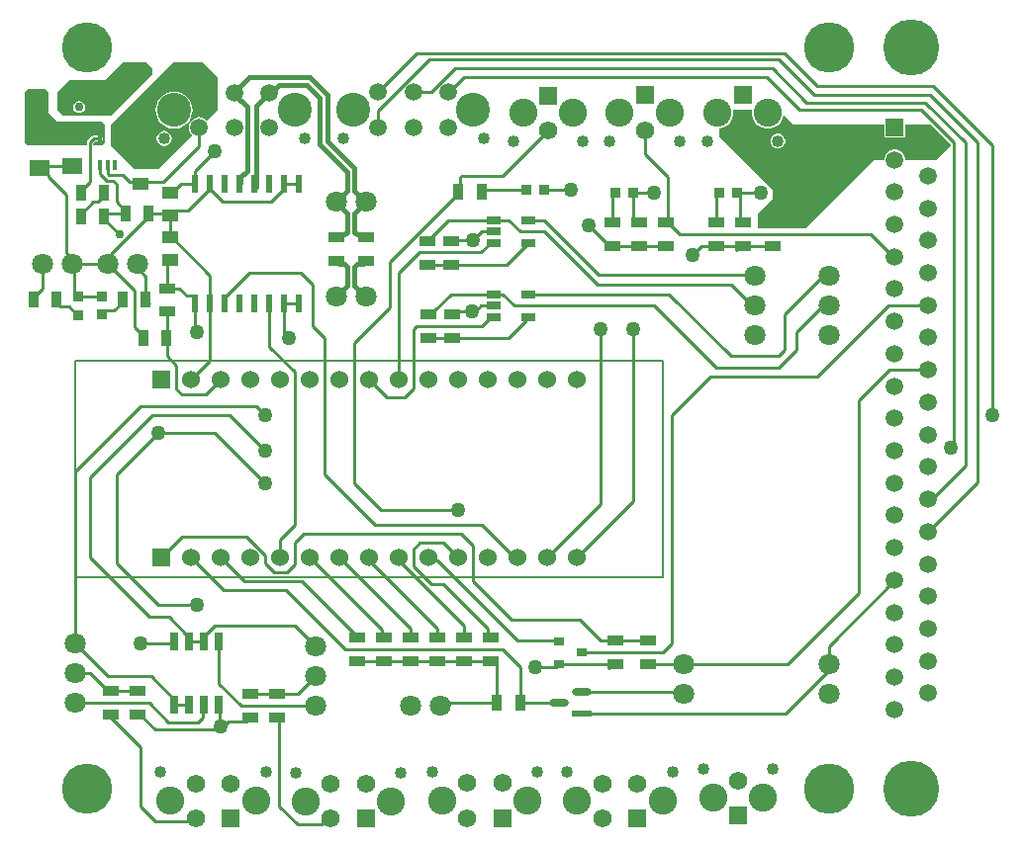
<source format=gtl>
G04*
G04 #@! TF.GenerationSoftware,Altium Limited,Altium Designer,23.1.1 (15)*
G04*
G04 Layer_Physical_Order=1*
G04 Layer_Color=255*
%FSLAX25Y25*%
%MOIN*%
G70*
G04*
G04 #@! TF.SameCoordinates,8C77E051-C172-4F39-AE62-CDD73B8C3D6F*
G04*
G04*
G04 #@! TF.FilePolarity,Positive*
G04*
G01*
G75*
%ADD13C,0.01000*%
%ADD16C,0.00500*%
%ADD18R,0.03543X0.05315*%
%ADD19R,0.01575X0.03543*%
%ADD20R,0.05315X0.03543*%
G04:AMPARAMS|DCode=21|XSize=65.3mil|YSize=24.68mil|CornerRadius=12.34mil|HoleSize=0mil|Usage=FLASHONLY|Rotation=180.000|XOffset=0mil|YOffset=0mil|HoleType=Round|Shape=RoundedRectangle|*
%AMROUNDEDRECTD21*
21,1,0.06530,0.00000,0,0,180.0*
21,1,0.04063,0.02468,0,0,180.0*
1,1,0.02468,-0.02031,0.00000*
1,1,0.02468,0.02031,0.00000*
1,1,0.02468,0.02031,0.00000*
1,1,0.02468,-0.02031,0.00000*
%
%ADD21ROUNDEDRECTD21*%
%ADD22R,0.06530X0.02468*%
%ADD23R,0.02362X0.05906*%
%ADD24C,0.03000*%
%ADD25R,0.02559X0.06102*%
%ADD26R,0.07087X0.05709*%
%ADD27R,0.05512X0.04134*%
%ADD28R,0.03543X0.03740*%
G04:AMPARAMS|DCode=29|XSize=25.59mil|YSize=47.24mil|CornerRadius=1.92mil|HoleSize=0mil|Usage=FLASHONLY|Rotation=90.000|XOffset=0mil|YOffset=0mil|HoleType=Round|Shape=RoundedRectangle|*
%AMROUNDEDRECTD29*
21,1,0.02559,0.04341,0,0,90.0*
21,1,0.02175,0.04724,0,0,90.0*
1,1,0.00384,0.02170,0.01088*
1,1,0.00384,0.02170,-0.01088*
1,1,0.00384,-0.02170,-0.01088*
1,1,0.00384,-0.02170,0.01088*
%
%ADD29ROUNDEDRECTD29*%
%ADD30R,0.03543X0.03150*%
%ADD31R,0.03740X0.03543*%
%ADD50C,0.04016*%
%ADD51C,0.06181*%
%ADD52R,0.06181X0.06181*%
%ADD53C,0.09488*%
%ADD59C,0.01500*%
%ADD60C,0.05984*%
%ADD61C,0.11457*%
%ADD62R,0.06024X0.06024*%
%ADD63C,0.06024*%
%ADD64C,0.07087*%
%ADD65C,0.05906*%
%ADD66R,0.05906X0.05906*%
%ADD67C,0.18898*%
%ADD68C,0.16929*%
%ADD69C,0.05000*%
G36*
X47000Y268000D02*
Y266000D01*
X33000Y252000D01*
X17000D01*
X15000Y254000D01*
Y260000D01*
X19000Y264000D01*
X31000D01*
X37000Y270000D01*
X45000D01*
X47000Y268000D01*
D02*
G37*
G36*
X69000Y265000D02*
Y254000D01*
X65574Y250574D01*
X65404Y250585D01*
X64675Y251145D01*
X63825Y251497D01*
X62913Y251617D01*
X62002Y251497D01*
X61152Y251145D01*
X60423Y250585D01*
X59863Y249856D01*
X59511Y249006D01*
X59391Y248095D01*
X59511Y247183D01*
X59863Y246333D01*
X60423Y245604D01*
X60434Y245434D01*
X49000Y234000D01*
X41000Y234000D01*
X33000Y242000D01*
X33000Y249000D01*
X54000Y270000D01*
X64000Y270000D01*
X69000Y265000D01*
D02*
G37*
G36*
X12000Y260000D02*
Y253000D01*
X15000Y250000D01*
X30000D01*
X31000Y249000D01*
Y243000D01*
X30000Y242000D01*
X27020D01*
Y242578D01*
X27950Y243508D01*
X29441D01*
X29831Y243586D01*
X30162Y243807D01*
X30383Y244137D01*
X30461Y244528D01*
X30383Y244918D01*
X30162Y245249D01*
X29831Y245469D01*
X29441Y245547D01*
X27528D01*
X27137Y245469D01*
X26807Y245249D01*
X25279Y243721D01*
X25058Y243390D01*
X24980Y243000D01*
Y242000D01*
X5000D01*
X4000Y243000D01*
Y260000D01*
X5000Y261000D01*
X11000D01*
X12000Y260000D01*
D02*
G37*
G36*
X249220Y253785D02*
Y252404D01*
X249578Y251070D01*
X250268Y249874D01*
X251245Y248898D01*
X252440Y248208D01*
X253774Y247850D01*
X255155D01*
X256489Y248208D01*
X257684Y248898D01*
X258661Y249874D01*
X259351Y251070D01*
X259555Y251832D01*
X260038Y251962D01*
X263000Y249000D01*
X293791D01*
Y244697D01*
X300697D01*
Y249000D01*
X309558D01*
X315980Y242578D01*
Y241980D01*
X311000Y237000D01*
X300697D01*
Y237699D01*
X300462Y238577D01*
X300007Y239364D01*
X299364Y240007D01*
X298577Y240461D01*
X297699Y240697D01*
X296790D01*
X295911Y240461D01*
X295124Y240007D01*
X294481Y239364D01*
X294027Y238577D01*
X293791Y237699D01*
Y237000D01*
X290000D01*
X267000Y214000D01*
X251000D01*
Y219000D01*
X256000Y224000D01*
Y227000D01*
X243000Y240000D01*
X238000Y245000D01*
Y247850D01*
X238226D01*
X239560Y248208D01*
X240755Y248898D01*
X241732Y249874D01*
X242422Y251070D01*
X242779Y252404D01*
Y253785D01*
X242945Y254000D01*
X249055D01*
X249220Y253785D01*
D02*
G37*
%LPC*%
G36*
X22500Y257039D02*
X21720Y256884D01*
X21058Y256442D01*
X20616Y255780D01*
X20461Y255000D01*
X20616Y254220D01*
X21058Y253558D01*
X21720Y253116D01*
X22500Y252961D01*
X23280Y253116D01*
X23942Y253558D01*
X24384Y254220D01*
X24539Y255000D01*
X24384Y255780D01*
X23942Y256442D01*
X23280Y256884D01*
X22500Y257039D01*
D02*
G37*
G36*
X54449Y260259D02*
X53228Y260138D01*
X52054Y259782D01*
X50972Y259204D01*
X50023Y258425D01*
X49245Y257477D01*
X48667Y256395D01*
X48311Y255221D01*
X48190Y254000D01*
X48311Y252779D01*
X48667Y251605D01*
X49245Y250523D01*
X50023Y249575D01*
X50972Y248796D01*
X52054Y248218D01*
X53228Y247862D01*
X54449Y247742D01*
X55670Y247862D01*
X56844Y248218D01*
X57926Y248796D01*
X58874Y249575D01*
X59653Y250523D01*
X60231Y251605D01*
X60587Y252779D01*
X60707Y254000D01*
X60587Y255221D01*
X60231Y256395D01*
X59653Y257477D01*
X58874Y258425D01*
X57926Y259204D01*
X56844Y259782D01*
X55670Y260138D01*
X54449Y260259D01*
D02*
G37*
G36*
X51102Y246951D02*
X50124Y246756D01*
X49294Y246202D01*
X48740Y245372D01*
X48545Y244394D01*
X48740Y243415D01*
X49294Y242586D01*
X50124Y242031D01*
X51102Y241837D01*
X52081Y242031D01*
X52911Y242586D01*
X53465Y243415D01*
X53659Y244394D01*
X53465Y245372D01*
X52911Y246202D01*
X52081Y246756D01*
X51102Y246951D01*
D02*
G37*
G36*
X20000Y247020D02*
X19610Y246942D01*
X19279Y246721D01*
X19058Y246390D01*
X18980Y246000D01*
X19058Y245610D01*
X19279Y245279D01*
X20752Y243807D01*
X21082Y243586D01*
X21472Y243508D01*
X21863Y243586D01*
X22193Y243807D01*
X22414Y244137D01*
X22492Y244528D01*
X22414Y244918D01*
X22193Y245249D01*
X20721Y246721D01*
X20390Y246942D01*
X20000Y247020D01*
D02*
G37*
G36*
X258310Y245996D02*
X257312D01*
X256390Y245614D01*
X255685Y244909D01*
X255303Y243987D01*
Y242989D01*
X255685Y242068D01*
X256390Y241362D01*
X257312Y240980D01*
X258310D01*
X259232Y241362D01*
X259937Y242068D01*
X260319Y242989D01*
Y243987D01*
X259937Y244909D01*
X259232Y245614D01*
X258310Y245996D01*
D02*
G37*
%LPD*%
D13*
X214000Y67126D02*
X226000D01*
X261126D01*
X285000Y91000D01*
Y156000D01*
X176185Y66185D02*
X182988D01*
X176000Y66000D02*
X176185Y66185D01*
X32000Y63000D02*
X46642D01*
X54500Y55142D01*
Y53370D02*
Y55142D01*
X73000Y151000D02*
X85000Y139000D01*
X47000Y151000D02*
X73000D01*
X68000Y145000D02*
X85000Y128000D01*
X49000Y145000D02*
X68000D01*
X35000Y131000D02*
X49000Y145000D01*
X35000Y101000D02*
Y131000D01*
X49000Y87000D02*
X62000D01*
X35000Y101000D02*
X49000Y87000D01*
X26000Y103000D02*
X46000Y83000D01*
X26000Y103000D02*
Y130000D01*
X47000Y151000D01*
X21000Y132000D02*
X43000Y154000D01*
X21000Y74000D02*
Y132000D01*
X46000Y83000D02*
X52668D01*
X58487Y77181D01*
X58720D02*
X59500Y76402D01*
X58487Y77181D02*
X58720D01*
X59500Y74630D02*
Y76402D01*
X43000Y154000D02*
X82000D01*
X85000Y151000D01*
X90000Y109000D02*
X95000Y114000D01*
X86500Y174120D02*
X95000Y165620D01*
Y114000D02*
Y165620D01*
X115000Y128000D02*
Y175439D01*
Y128000D02*
X124000Y119000D01*
X150000D01*
X115000Y175439D02*
X127000Y187439D01*
Y202843D02*
X148999Y224843D01*
X127000Y187439D02*
Y202843D01*
X101000Y181000D02*
X105000Y177000D01*
Y131000D02*
X122000Y114000D01*
X105000Y131000D02*
Y177000D01*
X86500Y174120D02*
Y188842D01*
X90000Y103000D02*
Y109000D01*
X79886Y199000D02*
X97000D01*
X101000Y181000D02*
Y195000D01*
X71500Y190614D02*
X79886Y199000D01*
X97000D02*
X101000Y195000D01*
X92414Y98000D02*
X95207Y100793D01*
Y108207D01*
X98000Y111000D01*
X91500Y178500D02*
Y188842D01*
X96500D02*
Y190614D01*
X91500Y178500D02*
X93000Y177000D01*
X98000Y111000D02*
X151000D01*
X142000Y54000D02*
X163126D01*
X71000Y92000D02*
X92000D01*
X60000Y103000D02*
X71000Y92000D01*
X171000Y54000D02*
Y66000D01*
X112000Y72000D02*
X165000D01*
X92000Y92000D02*
X112000Y72000D01*
X165000D02*
X171000Y66000D01*
X136189Y273000D02*
X260000D01*
X271000Y262000D02*
X310000D01*
X260000Y273000D02*
X271000Y262000D01*
X140354Y271000D02*
X258000D01*
X270000Y259000D02*
X309000D01*
X258000Y271000D02*
X270000Y259000D01*
X267522Y256478D02*
X307522D01*
X149165Y268000D02*
X256000D01*
X267522Y256478D01*
X254000Y265000D02*
X265000Y254000D01*
X151983Y265000D02*
X254000D01*
X265000Y254000D02*
X306000D01*
X285000Y156000D02*
X295358Y166358D01*
X308425D01*
X191000Y82000D02*
X198000Y75000D01*
X168000Y82000D02*
X191000D01*
X198000Y75000D02*
X203000D01*
X214000D01*
X219000Y71000D02*
X222000Y74000D01*
X235000Y164000D02*
X271000D01*
X295169Y188169D01*
X222000Y151000D02*
X235000Y164000D01*
X295169Y188169D02*
X308425D01*
X242000Y195000D02*
X249000Y188000D01*
X197000Y195000D02*
X242000D01*
X249000Y188000D02*
X250000D01*
X260000Y185000D02*
X274000Y199000D01*
X260000Y173000D02*
Y185000D01*
X274000Y199000D02*
X276000D01*
X53870Y74000D02*
X54500Y74630D01*
X43000Y74000D02*
X53870D01*
X275000Y73228D02*
X297244Y95473D01*
X275000Y65000D02*
Y73228D01*
X260398Y50398D02*
X275000Y65000D01*
X191691Y50398D02*
X260398D01*
X182988Y66185D02*
X184063Y67260D01*
X202866D01*
X202114Y67126D02*
X203000D01*
X200842Y65854D02*
X202114Y67126D01*
X202866Y67260D02*
X203000Y67126D01*
X191691Y57602D02*
X226000D01*
X170000Y75000D02*
X184835D01*
X142961Y102039D02*
X170000Y75000D01*
X191937Y71000D02*
X219000D01*
X163126Y54000D02*
Y66791D01*
X141000Y53000D02*
X142000Y52000D01*
X222000Y74000D02*
Y151000D01*
X95000Y80000D02*
X102000Y73000D01*
X68098Y80000D02*
X95000D01*
X64500Y76402D02*
X68098Y80000D01*
X59500Y74630D02*
X64500D01*
X151000Y111000D02*
X155000Y107000D01*
Y95000D02*
Y107000D01*
Y95000D02*
X168000Y82000D01*
X88000Y98000D02*
X92414D01*
X85000Y101000D02*
X88000Y98000D01*
X78674Y110000D02*
X85000Y103674D01*
X57000Y110000D02*
X78674D01*
X85000Y101000D02*
Y103674D01*
X50000Y103000D02*
X57000Y110000D01*
X140961Y102039D02*
X142961D01*
X140000Y103000D02*
X140961Y102039D01*
X171000Y54000D02*
X184000D01*
X160000Y76000D02*
Y79000D01*
X145000Y94000D02*
X160000Y79000D01*
X141000Y94000D02*
X145000D01*
X135000Y100000D02*
X141000Y94000D01*
X46000Y54000D02*
X52500Y47500D01*
X21000Y54000D02*
X46000D01*
X21000Y74000D02*
X32000Y63000D01*
X64500Y74630D02*
Y76402D01*
X97380Y95000D02*
X116443Y75937D01*
X70000Y103000D02*
X78000Y95000D01*
X97380D01*
X33000Y49000D02*
Y50126D01*
X43000Y19000D02*
Y39000D01*
X33000Y50126D02*
X33288D01*
X34560Y48854D01*
X33000Y49000D02*
X43000Y39000D01*
Y19000D02*
X48000Y14000D01*
X58548D01*
X60733Y14103D02*
X61724Y15094D01*
X58651Y14103D02*
X60733D01*
X58548Y14000D02*
X58651Y14103D01*
X106013Y15000D02*
X107189D01*
X96000Y13000D02*
X104013D01*
X89886Y19114D02*
X96000Y13000D01*
X104013D02*
X106013Y15000D01*
X89000Y49126D02*
X89886Y48240D01*
Y19114D02*
Y48240D01*
X152000Y75937D02*
Y80000D01*
X130000Y102000D02*
Y103000D01*
Y102000D02*
X152000Y80000D01*
X134000Y75937D02*
Y79000D01*
X110000Y103000D02*
X134000Y79000D01*
X124377Y76560D02*
Y78623D01*
X100000Y103000D02*
X124377Y78623D01*
Y76560D02*
X125000Y75937D01*
X143000D02*
Y79000D01*
X120000Y102000D02*
Y103000D01*
Y102000D02*
X143000Y79000D01*
Y75937D02*
X143886D01*
X116000D02*
X116443D01*
X33000Y58000D02*
X42000D01*
X26114Y64000D02*
X32114Y58000D01*
X21000Y64000D02*
X26114D01*
X32114Y58000D02*
X33000D01*
X70000Y46000D02*
X71082D01*
X78728Y47854D02*
X80000Y49126D01*
X72937Y47854D02*
X78728D01*
X71082Y46000D02*
X72937Y47854D01*
X69750Y46250D02*
Y53120D01*
Y46250D02*
X70000Y46000D01*
X69500Y53370D02*
X69750Y53120D01*
X48012Y45000D02*
X67414D01*
X42886Y50126D02*
X48012Y45000D01*
X42000Y50126D02*
X42886D01*
X69235Y45235D02*
X70000Y46000D01*
X67649Y45235D02*
X69235D01*
X67414Y45000D02*
X67649Y45235D01*
X52500Y47500D02*
X62500D01*
X64000Y49000D01*
Y52870D01*
X64500Y53370D01*
X69500Y51598D02*
Y53370D01*
X96000Y57000D02*
X102000Y63000D01*
X89000Y57000D02*
X96000D01*
X80000D02*
X89000D01*
X69500Y60500D02*
Y74630D01*
Y60500D02*
X77000Y53000D01*
X102000D01*
X54500Y53370D02*
X59500D01*
X41000Y180886D02*
X44000Y177886D01*
Y177000D02*
Y177886D01*
X41000Y180886D02*
Y193000D01*
X32000Y202000D02*
X41000Y193000D01*
X161150Y184299D02*
X162193D01*
X120000Y163000D02*
X126000Y157000D01*
X132000D01*
X135000Y160000D01*
X130000Y163000D02*
Y199000D01*
X137000Y206000D01*
X135000Y160000D02*
Y180000D01*
X136000Y181000D01*
X62913Y241913D02*
Y248095D01*
X39330Y229670D02*
X50670D01*
X62913Y241913D01*
X61500Y233500D02*
X68000Y240000D01*
X61500Y229157D02*
Y233500D01*
X18000Y205629D02*
X20000Y203629D01*
X12043Y231445D02*
X18000Y225488D01*
X20000Y202000D02*
Y203629D01*
X18000Y205629D02*
Y225488D01*
X158000Y227000D02*
X173000D01*
X158000D02*
Y227329D01*
Y226443D02*
Y227000D01*
X150859Y231274D02*
X151445Y231859D01*
X150859Y227131D02*
Y231274D01*
X151445Y231859D02*
X165229D01*
X180465Y247094D01*
X237000Y225000D02*
X238000Y226000D01*
X237000Y215937D02*
Y225000D01*
X316765Y142351D02*
X317000Y142586D01*
X315640Y139640D02*
X316765Y140765D01*
X306000Y254000D02*
X317000Y243000D01*
X316765Y140765D02*
Y142351D01*
X317000Y142586D02*
Y243000D01*
X325000Y128405D02*
Y243000D01*
X309000Y259000D02*
X325000Y243000D01*
X307522Y256478D02*
X321000Y243000D01*
Y134000D02*
Y243000D01*
X122000Y114000D02*
X158000D01*
X170000Y102000D01*
X136000Y181000D02*
X152921D01*
X137000Y206000D02*
X157850D01*
X264000Y179000D02*
X273000Y188000D01*
X147780Y191779D02*
X165220D01*
X140141Y184255D02*
X142157Y186272D01*
X179000Y213000D02*
X197000Y195000D01*
X197418Y198582D02*
X250418D01*
X179260Y216740D02*
X197418Y198582D01*
X201114Y208126D02*
X202000D01*
X194240Y215000D02*
X201114Y208126D01*
X194000Y215000D02*
X194240D01*
X135000Y105914D02*
X137086Y108000D01*
X145000D02*
X150000Y103000D01*
X137086Y108000D02*
X145000D01*
X135000Y100000D02*
Y105914D01*
X330000Y151000D02*
Y242000D01*
X310000Y262000D02*
X330000Y242000D01*
X309736Y122736D02*
X321000Y134000D01*
X308425Y111831D02*
X325000Y128405D01*
X308425Y122736D02*
X309736D01*
X123189Y253835D02*
X140354Y271000D01*
X141165Y260000D02*
X149165Y268000D01*
X146983Y260000D02*
X151983Y265000D01*
X123189Y260000D02*
X136189Y273000D01*
X123189Y248189D02*
Y253835D01*
X146811Y260000D02*
X146983D01*
X135000D02*
X141165D01*
X116000Y68063D02*
X117000Y67063D01*
X116000Y68063D02*
X125000D01*
X232000Y208000D02*
X236937D01*
X229000Y205000D02*
X232000Y208000D01*
X236937D02*
X237000Y208063D01*
X220707Y216000D02*
X221414D01*
X220000D02*
X220707D01*
X224707Y212000D01*
X289000Y212000D01*
X190000Y103000D02*
X209000Y122000D01*
Y180000D01*
X237000Y208063D02*
X245114D01*
X243843Y206791D02*
X245114Y208063D01*
X246000D01*
X245000Y226000D02*
X252000D01*
X245000Y216937D02*
X246000Y215937D01*
X244102Y226000D02*
X245000D01*
X246000Y208063D02*
X255000D01*
X145961Y184892D02*
X147158Y186089D01*
X154911D01*
X245000Y216937D02*
Y226000D01*
X220707Y217000D02*
Y231293D01*
X209102Y217272D02*
Y226000D01*
X202000Y217937D02*
Y227000D01*
X204157Y208126D02*
X211000D01*
X209102Y217272D02*
X210374Y216000D01*
X209102Y226000D02*
X216000D01*
X211000Y208126D02*
X220000D01*
X210374Y216000D02*
X211000D01*
X204157Y208126D02*
Y208586D01*
X213000Y247189D02*
Y247919D01*
Y239000D02*
Y247189D01*
X179102Y227000D02*
X188000D01*
X161000Y75937D02*
X161886D01*
X163157Y77209D01*
X161000Y68063D02*
X161854D01*
X163126Y66791D01*
X213000Y239000D02*
X220707Y231293D01*
X87114Y223000D02*
X91500Y227386D01*
X70886Y223000D02*
X87114D01*
X154911Y186089D02*
X155993D01*
X216000Y188000D02*
X237000Y167000D01*
X258000D01*
X140141Y184141D02*
Y184255D01*
X258000Y167000D02*
X264000Y173000D01*
Y179000D01*
X221260Y191740D02*
X242000Y171000D01*
X258000D02*
X260000Y173000D01*
X242000Y171000D02*
X258000D01*
X180000Y103000D02*
X198000Y121000D01*
Y180000D01*
X173807Y191740D02*
X221260D01*
X169000Y188000D02*
X216000D01*
X165220Y191779D02*
X169000Y188000D01*
X167063Y177063D02*
X173141Y183141D01*
X140000Y177063D02*
X167063D01*
X171000Y213000D02*
X179000D01*
X167260Y216740D02*
X171000Y213000D01*
X173807Y216740D02*
X179260D01*
X146740D02*
X162193D01*
X167260D01*
X142272Y186272D02*
X147780Y191779D01*
X142157Y186272D02*
X142272D01*
X152886Y180965D02*
X157965D01*
X160331Y183331D02*
Y183480D01*
X161150Y184299D01*
X157965Y180965D02*
X160331Y183331D01*
X155993Y186089D02*
X157904Y188000D01*
X148961Y184768D02*
Y184892D01*
X157904Y188000D02*
X162186D01*
X172669Y183480D02*
X173448Y184260D01*
X173807D01*
X152886Y180965D02*
X152921Y181000D01*
X157850Y206000D02*
X161110Y209260D01*
X289000Y212000D02*
X296000Y205000D01*
X166413Y201866D02*
X173807Y209260D01*
X172724D02*
X173807D01*
X139606Y202000D02*
X139740Y201866D01*
X147740D01*
X139740Y209740D02*
X146740Y216740D01*
X147000Y210480D02*
X147740Y209740D01*
X155000Y210000D02*
X158000Y213000D01*
X147740Y201866D02*
X166413D01*
X149480Y210000D02*
X155000D01*
X158000Y213000D02*
X162193D01*
X161110Y209260D02*
X162193D01*
X180000Y163000D02*
X180500Y163500D01*
X44937Y190000D02*
Y197805D01*
X42000Y200742D02*
X44937Y197805D01*
X42000Y200742D02*
Y202000D01*
X125000Y68063D02*
X134000D01*
X9488Y234976D02*
X20000D01*
X61500Y179500D02*
Y188842D01*
Y179500D02*
X62000Y179000D01*
X71500Y188842D02*
Y190614D01*
X129949Y103000D02*
X130000D01*
X152000Y68063D02*
X161000D01*
X143000D02*
X152000D01*
X134000D02*
X143000D01*
X152000Y75937D02*
X152886D01*
X9345Y234833D02*
X9488Y234976D01*
X9000Y234488D02*
X9488D01*
X9689D02*
X12043Y232134D01*
Y231445D02*
Y232134D01*
X53000Y211000D02*
Y218520D01*
X66500Y188842D02*
Y198189D01*
X53000Y211000D02*
X53689D01*
X66500Y198189D01*
X52000Y193874D02*
Y202520D01*
X53000Y203520D01*
X45937Y218114D02*
Y219000D01*
X33165Y205342D02*
X45937Y218114D01*
X33165Y203165D02*
Y205342D01*
X32000Y202000D02*
X33165Y203165D01*
X45937Y219000D02*
X52520D01*
X53000Y218520D01*
X66500Y227386D02*
Y229157D01*
Y227386D02*
X70886Y223000D01*
X53000Y218520D02*
X54567Y220087D01*
X59201D01*
X66500Y227386D01*
X56846Y229157D02*
X61500D01*
X53689Y226000D02*
X56846Y229157D01*
X53000Y226000D02*
X53689D01*
X44937Y190000D02*
X46209Y188728D01*
X30000Y185000D02*
X31272Y186272D01*
X34220D01*
X37063Y189114D01*
Y190000D01*
X20000Y202000D02*
X32000D01*
X20000D02*
X20630Y201370D01*
Y192272D02*
Y201370D01*
Y192272D02*
X21902Y191000D01*
X22000D01*
X29898D01*
X30000Y191102D01*
X14937Y189114D02*
Y190000D01*
Y189114D02*
X16209Y187843D01*
X18957D01*
X21902Y184898D01*
X22000D01*
X10000Y193823D02*
Y202000D01*
X7063Y190886D02*
X10000Y193823D01*
X7063Y190000D02*
Y190886D01*
X66500Y169500D02*
Y188842D01*
X60000Y163000D02*
X66500Y169500D01*
X91500Y227386D02*
Y229157D01*
X96500D01*
X61500Y188842D02*
Y190614D01*
X60819Y191295D02*
X61500Y190614D01*
X58778Y191295D02*
X60819D01*
X56199Y193874D02*
X58778Y191295D01*
X52000Y193874D02*
X56199D01*
X55169Y159831D02*
Y167831D01*
X52000Y171000D02*
Y186000D01*
Y171000D02*
X55169Y167831D01*
X57000Y158000D02*
X65000D01*
X55169Y159831D02*
X57000Y158000D01*
X65000D02*
X70000Y163000D01*
X91500Y188842D02*
X96500D01*
X27528Y244528D02*
X29441D01*
X26000Y243000D02*
X27528Y244528D01*
X26000Y229823D02*
Y243000D01*
X30937Y217114D02*
Y218000D01*
Y217114D02*
X36000Y212051D01*
Y212000D02*
Y212051D01*
X23063Y226000D02*
Y226886D01*
X26000Y229823D01*
X35000Y222949D02*
Y229000D01*
X31770Y230109D02*
X33891D01*
X35000Y229000D01*
X32000Y232586D02*
X32586Y232000D01*
X37000D02*
X39330Y229670D01*
X29441Y232438D02*
Y235472D01*
X32586Y232000D02*
X37000D01*
X29441Y232438D02*
X31770Y230109D01*
X32000Y232586D02*
Y235472D01*
X30937Y225114D02*
Y226000D01*
X28823Y223000D02*
X30937Y225114D01*
X27177Y223000D02*
X28823D01*
X23063Y218000D02*
Y218886D01*
X27177Y223000D01*
X38063Y219000D02*
Y219886D01*
X35000Y222949D02*
X38063Y219886D01*
X31937Y219000D02*
X38063D01*
X20000Y246000D02*
X21472Y244528D01*
D16*
X21004Y96504D02*
X218996D01*
X21004D02*
Y169496D01*
X218996D01*
Y96504D02*
Y169496D01*
X21004Y96504D02*
X218996D01*
X21004D02*
Y169496D01*
X218996D01*
Y96504D02*
Y169496D01*
D18*
X17000Y257000D02*
D03*
X9126D02*
D03*
X51874Y177000D02*
D03*
X44000D02*
D03*
X38063Y219000D02*
D03*
X45937D02*
D03*
X23063Y218000D02*
D03*
X30937D02*
D03*
X23063Y226000D02*
D03*
X30937D02*
D03*
X158000Y226443D02*
D03*
X150126D02*
D03*
X171000Y54000D02*
D03*
X163126D02*
D03*
X37063Y190000D02*
D03*
X44937D02*
D03*
X14937D02*
D03*
X7063D02*
D03*
D19*
X29441Y244528D02*
D03*
X34559D02*
D03*
Y235472D02*
D03*
X32000D02*
D03*
X29441D02*
D03*
D20*
X161000Y75937D02*
D03*
Y68063D02*
D03*
X152000Y75937D02*
D03*
Y68063D02*
D03*
X143000Y75937D02*
D03*
Y68063D02*
D03*
X134000Y75937D02*
D03*
Y68063D02*
D03*
X125000Y75937D02*
D03*
Y68063D02*
D03*
X116000Y75937D02*
D03*
Y68063D02*
D03*
X214000Y75000D02*
D03*
Y67126D02*
D03*
X80000Y57000D02*
D03*
Y49126D02*
D03*
X42000Y58000D02*
D03*
Y50126D02*
D03*
X33000D02*
D03*
Y58000D02*
D03*
X89000Y49126D02*
D03*
Y57000D02*
D03*
X256000Y215874D02*
D03*
Y208000D02*
D03*
X237000Y208063D02*
D03*
Y215937D02*
D03*
X246000D02*
D03*
Y208063D02*
D03*
X202000Y208126D02*
D03*
Y216000D02*
D03*
X211000D02*
D03*
Y208126D02*
D03*
X220000D02*
D03*
Y216000D02*
D03*
X140000Y177126D02*
D03*
Y185000D02*
D03*
X148000Y177126D02*
D03*
Y185000D02*
D03*
X139740Y201866D02*
D03*
Y209740D02*
D03*
X147740Y201866D02*
D03*
Y209740D02*
D03*
X203000Y75000D02*
D03*
Y67126D02*
D03*
X52000Y186000D02*
D03*
Y193874D02*
D03*
X119000Y210937D02*
D03*
Y203063D02*
D03*
X109000Y210937D02*
D03*
Y203063D02*
D03*
D21*
X184000Y54000D02*
D03*
X191691Y57602D02*
D03*
D22*
Y50398D02*
D03*
D23*
X61500Y188842D02*
D03*
X66500D02*
D03*
X71500D02*
D03*
X76500D02*
D03*
X81500D02*
D03*
X86500D02*
D03*
X91500D02*
D03*
X96500D02*
D03*
X61500Y229157D02*
D03*
X66500D02*
D03*
X71500D02*
D03*
X76500D02*
D03*
X81500D02*
D03*
X86500D02*
D03*
X91500D02*
D03*
X96500D02*
D03*
D24*
X22500Y255000D02*
D03*
X36000Y212000D02*
D03*
D25*
X69500Y74630D02*
D03*
X64500D02*
D03*
X59500D02*
D03*
X54500D02*
D03*
X69500Y53370D02*
D03*
X64500D02*
D03*
X59500D02*
D03*
X54500D02*
D03*
D26*
X20000Y246000D02*
D03*
Y234976D02*
D03*
X9000Y234488D02*
D03*
Y245512D02*
D03*
D27*
X43000Y236740D02*
D03*
Y229260D02*
D03*
X53000Y211000D02*
D03*
Y203520D02*
D03*
Y218520D02*
D03*
Y226000D02*
D03*
D28*
X244102Y226000D02*
D03*
X238000D02*
D03*
X209102D02*
D03*
X203000D02*
D03*
X173000Y227000D02*
D03*
X179102D02*
D03*
D29*
X173807Y191740D02*
D03*
Y184260D02*
D03*
X162193D02*
D03*
Y188000D02*
D03*
Y191740D02*
D03*
Y216740D02*
D03*
Y213000D02*
D03*
Y209260D02*
D03*
X173807D02*
D03*
Y216740D02*
D03*
D30*
X184063Y74740D02*
D03*
Y67260D02*
D03*
X191937Y71000D02*
D03*
D31*
X22000Y184898D02*
D03*
Y191000D02*
D03*
X30000Y185000D02*
D03*
Y191102D02*
D03*
D50*
X51102Y244394D02*
D03*
X98346D02*
D03*
X95378Y30512D02*
D03*
X130811D02*
D03*
X256276Y31606D02*
D03*
X232653D02*
D03*
X111378Y244488D02*
D03*
X158622D02*
D03*
X192276Y243394D02*
D03*
X168654D02*
D03*
X85347Y30606D02*
D03*
X49913D02*
D03*
X176811Y30701D02*
D03*
X141378D02*
D03*
X201189Y243488D02*
D03*
X224811D02*
D03*
X234189D02*
D03*
X257811D02*
D03*
X186913Y30606D02*
D03*
X222346D02*
D03*
D51*
X107189Y26811D02*
D03*
X119000D02*
D03*
X107189Y15000D02*
D03*
X244465Y27905D02*
D03*
X180465Y247094D02*
D03*
X61724Y15094D02*
D03*
X73535Y26906D02*
D03*
X61724D02*
D03*
X153189Y15189D02*
D03*
X165000Y27000D02*
D03*
X153189D02*
D03*
X213000Y247189D02*
D03*
X246000D02*
D03*
X198724Y26906D02*
D03*
X210535D02*
D03*
X198724Y15094D02*
D03*
D52*
X119000Y15000D02*
D03*
X244465Y16094D02*
D03*
X180465Y258906D02*
D03*
X73535Y15094D02*
D03*
X165000Y15189D02*
D03*
X213000Y259000D02*
D03*
X246000D02*
D03*
X210535Y15094D02*
D03*
D53*
X127465Y20906D02*
D03*
X98724D02*
D03*
X252929Y22000D02*
D03*
X236000D02*
D03*
X188929Y253000D02*
D03*
X172000D02*
D03*
X53260Y21000D02*
D03*
X82000D02*
D03*
X144724Y21094D02*
D03*
X173465D02*
D03*
X204535Y253095D02*
D03*
X221465D02*
D03*
X237535D02*
D03*
X254465D02*
D03*
X219000Y21000D02*
D03*
X190260D02*
D03*
D59*
X82000Y228000D02*
Y255370D01*
X78966Y233396D02*
Y255033D01*
X74922Y259078D02*
X78966Y255033D01*
X74922Y259078D02*
Y260121D01*
X76500Y229157D02*
X76931Y229589D01*
Y231360D01*
X78966Y233396D01*
X79801Y265000D02*
X100000D01*
X74922Y260121D02*
X79801Y265000D01*
X100000D02*
X106000Y259000D01*
X89656Y262500D02*
X98965D01*
X103500Y257964D01*
X87062Y259906D02*
X89656Y262500D01*
X86535Y259906D02*
X87062D01*
X82000Y255370D02*
X86535Y259906D01*
X103500Y242500D02*
X112750Y233250D01*
X106000Y243535D02*
X115250Y234285D01*
X103500Y242500D02*
Y257964D01*
X106000Y243535D02*
Y259000D01*
X112750Y226750D02*
Y233250D01*
X115250Y226750D02*
Y234285D01*
X109000Y223000D02*
X112750Y226750D01*
X115250Y212837D02*
X116129Y211959D01*
X115250Y226750D02*
X119000Y223000D01*
X117978Y202041D02*
X119000Y203063D01*
X109000D02*
X110022Y202041D01*
X115250Y194750D02*
X119000Y191000D01*
X115250Y194750D02*
Y201163D01*
X116129Y202041D02*
X117978D01*
X109000Y191000D02*
X112750Y194750D01*
Y201163D01*
X111871Y202041D02*
X112750Y201163D01*
X110022Y202041D02*
X111871D01*
X115250Y201163D02*
X116129Y202041D01*
X115250Y212837D02*
Y219250D01*
X119000Y223000D01*
X109000D02*
X112750Y219250D01*
X117978Y211959D02*
X119000Y210937D01*
X116129Y211959D02*
X117978D01*
X110022D02*
X111871D01*
X112750Y212837D01*
Y219250D01*
X109000Y210937D02*
X110022Y211959D01*
D60*
X62913Y259906D02*
D03*
X74724D02*
D03*
X86535D02*
D03*
X62913Y248095D02*
D03*
X74724D02*
D03*
X86535D02*
D03*
X123189Y260000D02*
D03*
X135000D02*
D03*
X146811D02*
D03*
X123189Y248189D02*
D03*
X135000D02*
D03*
X146811D02*
D03*
D61*
X54449Y254000D02*
D03*
X95000D02*
D03*
X114724Y254095D02*
D03*
X155276D02*
D03*
D62*
X50000Y103000D02*
D03*
Y163000D02*
D03*
D63*
X60000Y103000D02*
D03*
Y163000D02*
D03*
X70000Y103000D02*
D03*
Y163000D02*
D03*
X80000Y103000D02*
D03*
Y163000D02*
D03*
X90000Y103000D02*
D03*
Y163000D02*
D03*
X100000Y103000D02*
D03*
Y163000D02*
D03*
X110000Y103000D02*
D03*
Y163000D02*
D03*
X120000Y103000D02*
D03*
Y163000D02*
D03*
X130000Y103000D02*
D03*
Y163000D02*
D03*
X140000Y103000D02*
D03*
Y163000D02*
D03*
X150000Y103000D02*
D03*
Y163000D02*
D03*
X160000Y103000D02*
D03*
Y163000D02*
D03*
X170000Y103000D02*
D03*
Y163000D02*
D03*
X180000Y103000D02*
D03*
Y163000D02*
D03*
X190000Y103000D02*
D03*
Y163000D02*
D03*
D64*
X102000Y53000D02*
D03*
Y63000D02*
D03*
Y73000D02*
D03*
X21000Y54000D02*
D03*
Y64000D02*
D03*
Y74000D02*
D03*
X144000Y53000D02*
D03*
X134000D02*
D03*
X109000Y223000D02*
D03*
X119000D02*
D03*
X250000Y198000D02*
D03*
Y188000D02*
D03*
Y178000D02*
D03*
X119000Y191000D02*
D03*
X109000D02*
D03*
X226000Y67000D02*
D03*
Y57000D02*
D03*
X275000Y67000D02*
D03*
Y57000D02*
D03*
Y178000D02*
D03*
Y188000D02*
D03*
Y198000D02*
D03*
X42000Y202000D02*
D03*
X32000D02*
D03*
X10000D02*
D03*
X20000D02*
D03*
D65*
X297244Y226339D02*
D03*
Y215433D02*
D03*
Y237244D02*
D03*
Y204528D02*
D03*
Y193622D02*
D03*
Y182717D02*
D03*
Y171811D02*
D03*
Y160906D02*
D03*
Y150000D02*
D03*
Y139094D02*
D03*
Y128189D02*
D03*
Y117283D02*
D03*
Y106378D02*
D03*
Y95473D02*
D03*
Y84567D02*
D03*
Y73661D02*
D03*
Y62756D02*
D03*
Y51850D02*
D03*
X308425Y242697D02*
D03*
Y231791D02*
D03*
Y220886D02*
D03*
Y209980D02*
D03*
Y199075D02*
D03*
Y188169D02*
D03*
Y177264D02*
D03*
Y166358D02*
D03*
Y155453D02*
D03*
Y144547D02*
D03*
Y133642D02*
D03*
Y122736D02*
D03*
Y111831D02*
D03*
Y100925D02*
D03*
Y90020D02*
D03*
Y79114D02*
D03*
Y68209D02*
D03*
Y57303D02*
D03*
D66*
X297244Y248150D02*
D03*
D67*
X302835Y25000D02*
D03*
Y275000D02*
D03*
D68*
X275000D02*
D03*
X25000D02*
D03*
X275000Y25000D02*
D03*
X25000D02*
D03*
D69*
X176000Y66000D02*
D03*
X85000Y139000D02*
D03*
Y128000D02*
D03*
X49000Y145000D02*
D03*
X85000Y151000D02*
D03*
X62000Y87000D02*
D03*
X93000Y177000D02*
D03*
X43000Y74000D02*
D03*
X70000Y46000D02*
D03*
X68000Y240000D02*
D03*
X150000Y119000D02*
D03*
X194000Y215000D02*
D03*
X330000Y151000D02*
D03*
X316000Y140000D02*
D03*
X229000Y205000D02*
D03*
X209000Y180000D02*
D03*
X198000D02*
D03*
X252000Y226000D02*
D03*
X29000Y256000D02*
D03*
X216000Y226000D02*
D03*
X188000Y227000D02*
D03*
X154911Y186089D02*
D03*
X155000Y210000D02*
D03*
X62000Y179000D02*
D03*
X35000Y261000D02*
D03*
X40000Y266000D02*
D03*
M02*

</source>
